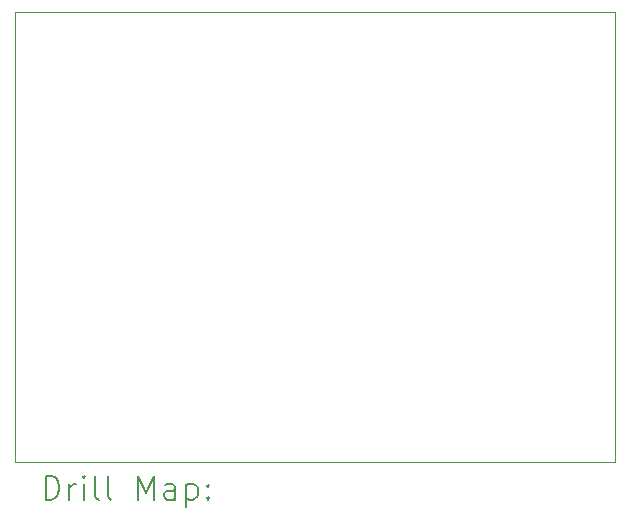
<source format=gbr>
%TF.GenerationSoftware,KiCad,Pcbnew,8.0.3*%
%TF.CreationDate,2024-07-19T22:27:10-04:00*%
%TF.ProjectId,DCPPowerBoard,44435050-6f77-4657-9242-6f6172642e6b,rev?*%
%TF.SameCoordinates,Original*%
%TF.FileFunction,Drillmap*%
%TF.FilePolarity,Positive*%
%FSLAX45Y45*%
G04 Gerber Fmt 4.5, Leading zero omitted, Abs format (unit mm)*
G04 Created by KiCad (PCBNEW 8.0.3) date 2024-07-19 22:27:10*
%MOMM*%
%LPD*%
G01*
G04 APERTURE LIST*
%ADD10C,0.050000*%
%ADD11C,0.200000*%
G04 APERTURE END LIST*
D10*
X6743500Y-4266250D02*
X11823500Y-4266250D01*
X11823500Y-8076250D01*
X6743500Y-8076250D01*
X6743500Y-4266250D01*
D11*
X7001777Y-8390234D02*
X7001777Y-8190234D01*
X7001777Y-8190234D02*
X7049396Y-8190234D01*
X7049396Y-8190234D02*
X7077967Y-8199758D01*
X7077967Y-8199758D02*
X7097015Y-8218805D01*
X7097015Y-8218805D02*
X7106539Y-8237853D01*
X7106539Y-8237853D02*
X7116062Y-8275948D01*
X7116062Y-8275948D02*
X7116062Y-8304519D01*
X7116062Y-8304519D02*
X7106539Y-8342615D01*
X7106539Y-8342615D02*
X7097015Y-8361662D01*
X7097015Y-8361662D02*
X7077967Y-8380710D01*
X7077967Y-8380710D02*
X7049396Y-8390234D01*
X7049396Y-8390234D02*
X7001777Y-8390234D01*
X7201777Y-8390234D02*
X7201777Y-8256900D01*
X7201777Y-8294996D02*
X7211301Y-8275948D01*
X7211301Y-8275948D02*
X7220824Y-8266424D01*
X7220824Y-8266424D02*
X7239872Y-8256900D01*
X7239872Y-8256900D02*
X7258920Y-8256900D01*
X7325586Y-8390234D02*
X7325586Y-8256900D01*
X7325586Y-8190234D02*
X7316062Y-8199758D01*
X7316062Y-8199758D02*
X7325586Y-8209281D01*
X7325586Y-8209281D02*
X7335110Y-8199758D01*
X7335110Y-8199758D02*
X7325586Y-8190234D01*
X7325586Y-8190234D02*
X7325586Y-8209281D01*
X7449396Y-8390234D02*
X7430348Y-8380710D01*
X7430348Y-8380710D02*
X7420824Y-8361662D01*
X7420824Y-8361662D02*
X7420824Y-8190234D01*
X7554158Y-8390234D02*
X7535110Y-8380710D01*
X7535110Y-8380710D02*
X7525586Y-8361662D01*
X7525586Y-8361662D02*
X7525586Y-8190234D01*
X7782729Y-8390234D02*
X7782729Y-8190234D01*
X7782729Y-8190234D02*
X7849396Y-8333091D01*
X7849396Y-8333091D02*
X7916062Y-8190234D01*
X7916062Y-8190234D02*
X7916062Y-8390234D01*
X8097015Y-8390234D02*
X8097015Y-8285472D01*
X8097015Y-8285472D02*
X8087491Y-8266424D01*
X8087491Y-8266424D02*
X8068443Y-8256900D01*
X8068443Y-8256900D02*
X8030348Y-8256900D01*
X8030348Y-8256900D02*
X8011301Y-8266424D01*
X8097015Y-8380710D02*
X8077967Y-8390234D01*
X8077967Y-8390234D02*
X8030348Y-8390234D01*
X8030348Y-8390234D02*
X8011301Y-8380710D01*
X8011301Y-8380710D02*
X8001777Y-8361662D01*
X8001777Y-8361662D02*
X8001777Y-8342615D01*
X8001777Y-8342615D02*
X8011301Y-8323567D01*
X8011301Y-8323567D02*
X8030348Y-8314043D01*
X8030348Y-8314043D02*
X8077967Y-8314043D01*
X8077967Y-8314043D02*
X8097015Y-8304519D01*
X8192253Y-8256900D02*
X8192253Y-8456900D01*
X8192253Y-8266424D02*
X8211301Y-8256900D01*
X8211301Y-8256900D02*
X8249396Y-8256900D01*
X8249396Y-8256900D02*
X8268443Y-8266424D01*
X8268443Y-8266424D02*
X8277967Y-8275948D01*
X8277967Y-8275948D02*
X8287491Y-8294996D01*
X8287491Y-8294996D02*
X8287491Y-8352138D01*
X8287491Y-8352138D02*
X8277967Y-8371186D01*
X8277967Y-8371186D02*
X8268443Y-8380710D01*
X8268443Y-8380710D02*
X8249396Y-8390234D01*
X8249396Y-8390234D02*
X8211301Y-8390234D01*
X8211301Y-8390234D02*
X8192253Y-8380710D01*
X8373205Y-8371186D02*
X8382729Y-8380710D01*
X8382729Y-8380710D02*
X8373205Y-8390234D01*
X8373205Y-8390234D02*
X8363682Y-8380710D01*
X8363682Y-8380710D02*
X8373205Y-8371186D01*
X8373205Y-8371186D02*
X8373205Y-8390234D01*
X8373205Y-8266424D02*
X8382729Y-8275948D01*
X8382729Y-8275948D02*
X8373205Y-8285472D01*
X8373205Y-8285472D02*
X8363682Y-8275948D01*
X8363682Y-8275948D02*
X8373205Y-8266424D01*
X8373205Y-8266424D02*
X8373205Y-8285472D01*
M02*

</source>
